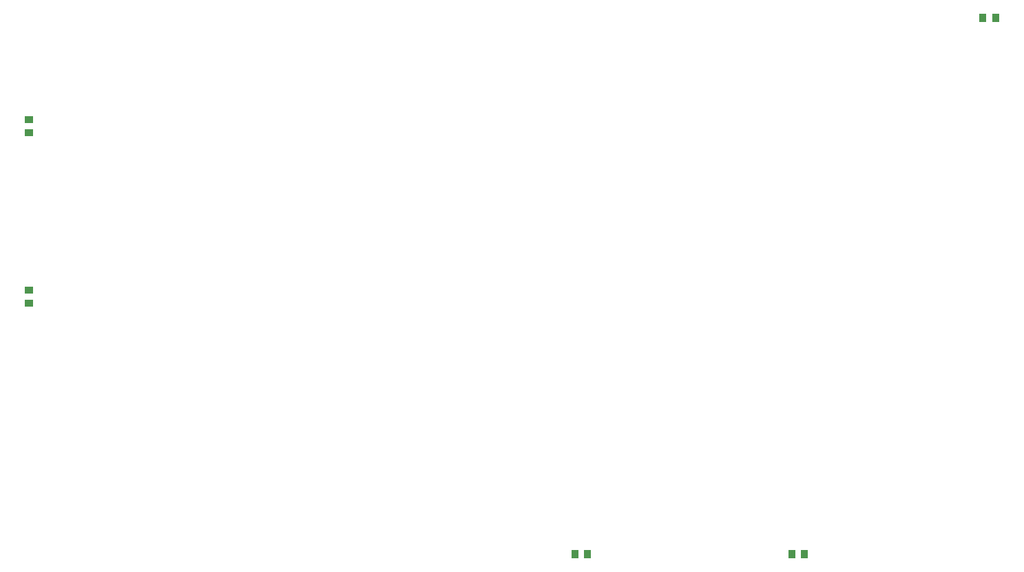
<source format=gbr>
G04 EAGLE Gerber RS-274X export*
G75*
%MOMM*%
%FSLAX34Y34*%
%LPD*%
%INSolderpaste Top*%
%IPPOS*%
%AMOC8*
5,1,8,0,0,1.08239X$1,22.5*%
G01*
%ADD10R,1.031241X0.949959*%
%ADD11R,0.949959X1.031241*%


D10*
X63500Y646049D03*
X63500Y662051D03*
X63500Y436499D03*
X63500Y452501D03*
D11*
X750951Y127000D03*
X734949Y127000D03*
X1017651Y127000D03*
X1001649Y127000D03*
X1252601Y787400D03*
X1236599Y787400D03*
M02*

</source>
